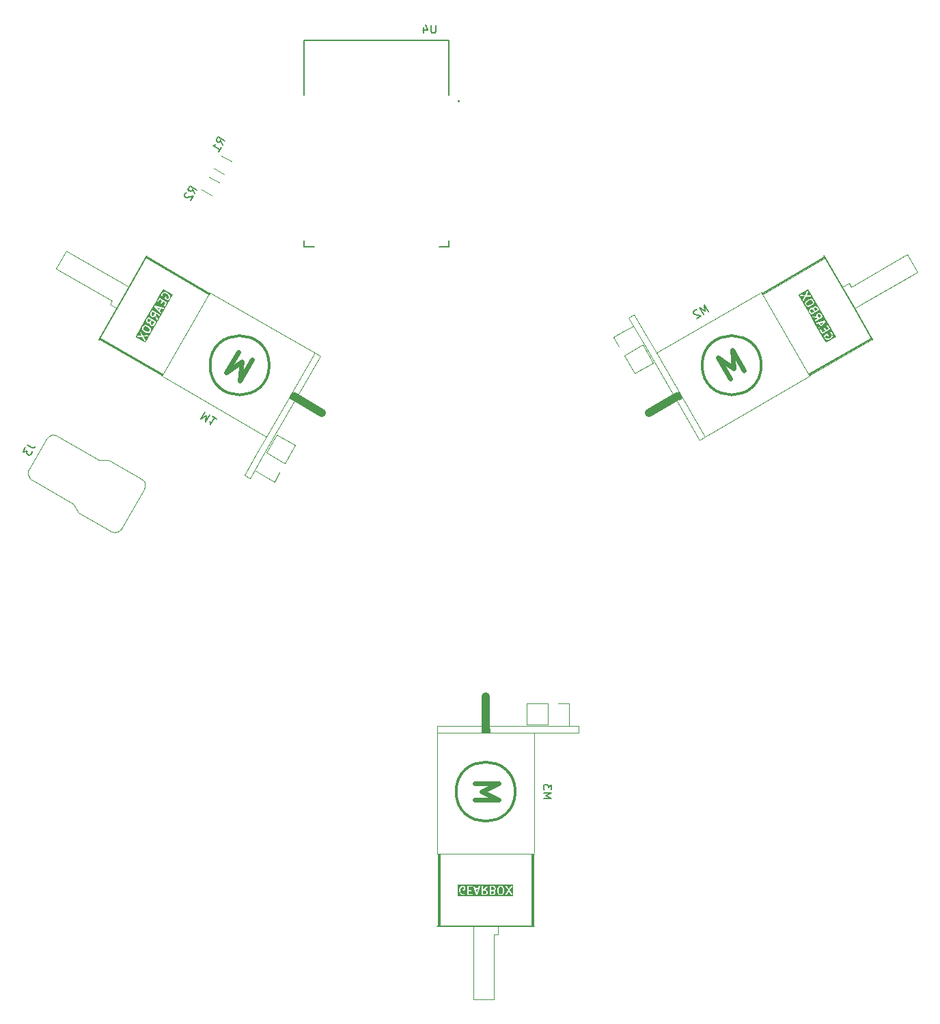
<source format=gbr>
%TF.GenerationSoftware,KiCad,Pcbnew,7.0.6*%
%TF.CreationDate,2024-05-15T12:06:43-04:00*%
%TF.ProjectId,remote_omnidirection_droid_v0.1,72656d6f-7465-45f6-9f6d-6e6964697265,rev?*%
%TF.SameCoordinates,Original*%
%TF.FileFunction,Legend,Bot*%
%TF.FilePolarity,Positive*%
%FSLAX46Y46*%
G04 Gerber Fmt 4.6, Leading zero omitted, Abs format (unit mm)*
G04 Created by KiCad (PCBNEW 7.0.6) date 2024-05-15 12:06:43*
%MOMM*%
%LPD*%
G01*
G04 APERTURE LIST*
%ADD10C,0.150000*%
%ADD11C,0.600000*%
%ADD12C,0.120000*%
%ADD13C,1.000000*%
%ADD14C,0.200000*%
%ADD15C,0.050000*%
%ADD16C,0.300000*%
%ADD17C,0.127000*%
G04 APERTURE END LIST*
D10*
X68699815Y-64538528D02*
X68454089Y-64011757D01*
X68985530Y-64043656D02*
X68119504Y-63543656D01*
X68119504Y-63543656D02*
X67929028Y-63873571D01*
X67929028Y-63873571D02*
X67922648Y-63979859D01*
X67922648Y-63979859D02*
X67940078Y-64044908D01*
X67940078Y-64044908D02*
X67998747Y-64133766D01*
X67998747Y-64133766D02*
X68122465Y-64205195D01*
X68122465Y-64205195D02*
X68228753Y-64211574D01*
X68228753Y-64211574D02*
X68293802Y-64194144D01*
X68293802Y-64194144D02*
X68382660Y-64135475D01*
X68382660Y-64135475D02*
X68573137Y-63805561D01*
X68223625Y-65363314D02*
X68509339Y-64868442D01*
X68366482Y-65115878D02*
X67500457Y-64615878D01*
X67500457Y-64615878D02*
X67671794Y-64604828D01*
X67671794Y-64604828D02*
X67801891Y-64569969D01*
X67801891Y-64569969D02*
X67890750Y-64511299D01*
X108453406Y-145462743D02*
X109453406Y-145462743D01*
X109453406Y-145462743D02*
X108739121Y-145129410D01*
X108739121Y-145129410D02*
X109453406Y-144796077D01*
X109453406Y-144796077D02*
X108453406Y-144796077D01*
X109453406Y-144415124D02*
X109453406Y-143796077D01*
X109453406Y-143796077D02*
X109072454Y-144129410D01*
X109072454Y-144129410D02*
X109072454Y-143986553D01*
X109072454Y-143986553D02*
X109024835Y-143891315D01*
X109024835Y-143891315D02*
X108977216Y-143843696D01*
X108977216Y-143843696D02*
X108881978Y-143796077D01*
X108881978Y-143796077D02*
X108643883Y-143796077D01*
X108643883Y-143796077D02*
X108548645Y-143843696D01*
X108548645Y-143843696D02*
X108501026Y-143891315D01*
X108501026Y-143891315D02*
X108453406Y-143986553D01*
X108453406Y-143986553D02*
X108453406Y-144272267D01*
X108453406Y-144272267D02*
X108501026Y-144367505D01*
X108501026Y-144367505D02*
X108548645Y-144415124D01*
D11*
X99931568Y-145653219D02*
X102931568Y-145653219D01*
X102931568Y-145653219D02*
X100788711Y-144653219D01*
X100788711Y-144653219D02*
X102931568Y-143653219D01*
X102931568Y-143653219D02*
X99931568Y-143653219D01*
D10*
G36*
X101312720Y-156968099D02*
G01*
X101343127Y-156998506D01*
X101377385Y-157067021D01*
X101377385Y-157174468D01*
X101343127Y-157242984D01*
X101312720Y-157273391D01*
X101244204Y-157307650D01*
X100955957Y-157307650D01*
X100955957Y-156933841D01*
X101244204Y-156933841D01*
X101312720Y-156968099D01*
G37*
G36*
X102265101Y-157015718D02*
G01*
X102295508Y-157046125D01*
X102329766Y-157114641D01*
X102329766Y-157174468D01*
X102295508Y-157242984D01*
X102265100Y-157273392D01*
X102196585Y-157307650D01*
X101955957Y-157307650D01*
X101955957Y-156981460D01*
X102196585Y-156981460D01*
X102265101Y-157015718D01*
G37*
G36*
X102312719Y-156491908D02*
G01*
X102343127Y-156522316D01*
X102377385Y-156590832D01*
X102377385Y-156698279D01*
X102343127Y-156766794D01*
X102316633Y-156793288D01*
X102202120Y-156831460D01*
X101955957Y-156831460D01*
X101955957Y-156457650D01*
X102244203Y-156457650D01*
X102312719Y-156491908D01*
G37*
G36*
X103312719Y-156491908D02*
G01*
X103384662Y-156563851D01*
X103425004Y-156725218D01*
X103425004Y-157040083D01*
X103384662Y-157201449D01*
X103312720Y-157273391D01*
X103244204Y-157307650D01*
X103089138Y-157307650D01*
X103020622Y-157273392D01*
X102948679Y-157201449D01*
X102908338Y-157040083D01*
X102908338Y-156725218D01*
X102948679Y-156563851D01*
X103020621Y-156491909D01*
X103089139Y-156457650D01*
X103244203Y-156457650D01*
X103312719Y-156491908D01*
G37*
G36*
X100214290Y-157145479D02*
G01*
X100080252Y-156743365D01*
X100348328Y-156743365D01*
X100214290Y-157145479D01*
G37*
G36*
X104717406Y-157600507D02*
G01*
X97853576Y-157600507D01*
X97853576Y-156954079D01*
X97996433Y-156954079D01*
X97997618Y-156957336D01*
X97998672Y-156972269D01*
X98046291Y-157162745D01*
X98048279Y-157165689D01*
X98051970Y-157178096D01*
X98099589Y-157273334D01*
X98100778Y-157274459D01*
X98113638Y-157292826D01*
X98208876Y-157388064D01*
X98212940Y-157389959D01*
X98215287Y-157393779D01*
X98238192Y-157406182D01*
X98381048Y-157453801D01*
X98382683Y-157453756D01*
X98404766Y-157457650D01*
X98547623Y-157457650D01*
X98551836Y-157456116D01*
X98556197Y-157457158D01*
X98581164Y-157449732D01*
X98676402Y-157402113D01*
X98694830Y-157382650D01*
X99044052Y-157382650D01*
X99050715Y-157400958D01*
X99054100Y-157420150D01*
X99059284Y-157424500D01*
X99061599Y-157430859D01*
X99078472Y-157440601D01*
X99093400Y-157453127D01*
X99103142Y-157454844D01*
X99106028Y-157456511D01*
X99109310Y-157455932D01*
X99119052Y-157457650D01*
X99595242Y-157457650D01*
X99643451Y-157440103D01*
X99669103Y-157395674D01*
X99660194Y-157345150D01*
X99620894Y-157312173D01*
X99595242Y-157307650D01*
X99194052Y-157307650D01*
X99194052Y-156981460D01*
X99452385Y-156981460D01*
X99500594Y-156963913D01*
X99526246Y-156919484D01*
X99517337Y-156868960D01*
X99478037Y-156835983D01*
X99452385Y-156831460D01*
X99194052Y-156831460D01*
X99194052Y-156457650D01*
X99595242Y-156457650D01*
X99643451Y-156440103D01*
X99669103Y-156395674D01*
X99666445Y-156380601D01*
X99805985Y-156380601D01*
X99809806Y-156406367D01*
X100143139Y-157406367D01*
X100144481Y-157408058D01*
X100144540Y-157410217D01*
X100160289Y-157427978D01*
X100175030Y-157446553D01*
X100177143Y-157446985D01*
X100178577Y-157448602D01*
X100202047Y-157452082D01*
X100225291Y-157456839D01*
X100227190Y-157455810D01*
X100229326Y-157456127D01*
X100249539Y-157443708D01*
X100270405Y-157432410D01*
X100271198Y-157430402D01*
X100273038Y-157429272D01*
X100285441Y-157406367D01*
X100293347Y-157382650D01*
X100805957Y-157382650D01*
X100812620Y-157400958D01*
X100816005Y-157420150D01*
X100821189Y-157424500D01*
X100823504Y-157430859D01*
X100840377Y-157440601D01*
X100855305Y-157453127D01*
X100865047Y-157454844D01*
X100867933Y-157456511D01*
X100871215Y-157455932D01*
X100880957Y-157457650D01*
X101261909Y-157457650D01*
X101266122Y-157456116D01*
X101270483Y-157457158D01*
X101295450Y-157449732D01*
X101390688Y-157402113D01*
X101391813Y-157400923D01*
X101410180Y-157388064D01*
X101415594Y-157382650D01*
X101805957Y-157382650D01*
X101812620Y-157400958D01*
X101816005Y-157420150D01*
X101821189Y-157424500D01*
X101823504Y-157430859D01*
X101840377Y-157440601D01*
X101855305Y-157453127D01*
X101865047Y-157454844D01*
X101867933Y-157456511D01*
X101871215Y-157455932D01*
X101880957Y-157457650D01*
X102214290Y-157457650D01*
X102218503Y-157456116D01*
X102222864Y-157457158D01*
X102247831Y-157449732D01*
X102343069Y-157402113D01*
X102344194Y-157400923D01*
X102362561Y-157388064D01*
X102410180Y-157340445D01*
X102410871Y-157338963D01*
X102424229Y-157320953D01*
X102471848Y-157225715D01*
X102472360Y-157221261D01*
X102475243Y-157217826D01*
X102479766Y-157192174D01*
X102479766Y-157096936D01*
X102478232Y-157092722D01*
X102479274Y-157088361D01*
X102471848Y-157063395D01*
X102464809Y-157049317D01*
X102758338Y-157049317D01*
X102759523Y-157052574D01*
X102760577Y-157067507D01*
X102808196Y-157257983D01*
X102812338Y-157264116D01*
X102812984Y-157271489D01*
X102827924Y-157292826D01*
X102923162Y-157388064D01*
X102924643Y-157388754D01*
X102942654Y-157402113D01*
X103037892Y-157449732D01*
X103042345Y-157450244D01*
X103045781Y-157453127D01*
X103071433Y-157457650D01*
X103261909Y-157457650D01*
X103266122Y-157456116D01*
X103270483Y-157457158D01*
X103295450Y-157449732D01*
X103390688Y-157402113D01*
X103391813Y-157400923D01*
X103406139Y-157390893D01*
X103758793Y-157390893D01*
X103781531Y-157436882D01*
X103828511Y-157457495D01*
X103877749Y-157443087D01*
X103895742Y-157424252D01*
X104166671Y-157017858D01*
X104437600Y-157424252D01*
X104478942Y-157454631D01*
X104530138Y-157451330D01*
X104567235Y-157415892D01*
X104572874Y-157364900D01*
X104562408Y-157341047D01*
X104256810Y-156882650D01*
X104562408Y-156424253D01*
X104574549Y-156374407D01*
X104551811Y-156328418D01*
X104504831Y-156307805D01*
X104455593Y-156322213D01*
X104437600Y-156341048D01*
X104166671Y-156747441D01*
X103895742Y-156341048D01*
X103854400Y-156310669D01*
X103803204Y-156313970D01*
X103766107Y-156349408D01*
X103760468Y-156400400D01*
X103770934Y-156424252D01*
X104076532Y-156882650D01*
X103770934Y-157341048D01*
X103758793Y-157390893D01*
X103406139Y-157390893D01*
X103410180Y-157388064D01*
X103505418Y-157292826D01*
X103508545Y-157286118D01*
X103514536Y-157281772D01*
X103525146Y-157257983D01*
X103572765Y-157067507D01*
X103572404Y-157064058D01*
X103575004Y-157049317D01*
X103575004Y-156715984D01*
X103573818Y-156712726D01*
X103572765Y-156697794D01*
X103525146Y-156507318D01*
X103521004Y-156501185D01*
X103520359Y-156493812D01*
X103505418Y-156472475D01*
X103410180Y-156377237D01*
X103408697Y-156376545D01*
X103390689Y-156363188D01*
X103295451Y-156315568D01*
X103290996Y-156315055D01*
X103287561Y-156312173D01*
X103261909Y-156307650D01*
X103071433Y-156307650D01*
X103067219Y-156309183D01*
X103062858Y-156308142D01*
X103037892Y-156315568D01*
X102942653Y-156363188D01*
X102941527Y-156364376D01*
X102923162Y-156377237D01*
X102827924Y-156472475D01*
X102824796Y-156479182D01*
X102818806Y-156483529D01*
X102808196Y-156507318D01*
X102760577Y-156697794D01*
X102760937Y-156701242D01*
X102758338Y-156715984D01*
X102758338Y-157049317D01*
X102464809Y-157049317D01*
X102424229Y-156968157D01*
X102423039Y-156967031D01*
X102410180Y-156948665D01*
X102388370Y-156926855D01*
X102388843Y-156926814D01*
X102410180Y-156911874D01*
X102457799Y-156864255D01*
X102458490Y-156862773D01*
X102471848Y-156844763D01*
X102519467Y-156749525D01*
X102519979Y-156745071D01*
X102522862Y-156741636D01*
X102527385Y-156715984D01*
X102527385Y-156573127D01*
X102525851Y-156568913D01*
X102526893Y-156564552D01*
X102519467Y-156539586D01*
X102471848Y-156444348D01*
X102470658Y-156443222D01*
X102457799Y-156424856D01*
X102410180Y-156377237D01*
X102408697Y-156376545D01*
X102390689Y-156363188D01*
X102295451Y-156315568D01*
X102290996Y-156315055D01*
X102287561Y-156312173D01*
X102261909Y-156307650D01*
X101880957Y-156307650D01*
X101862648Y-156314313D01*
X101843457Y-156317698D01*
X101839106Y-156322882D01*
X101832748Y-156325197D01*
X101823005Y-156342070D01*
X101810480Y-156356998D01*
X101808762Y-156366740D01*
X101807096Y-156369626D01*
X101807674Y-156372908D01*
X101805957Y-156382650D01*
X101805957Y-157382650D01*
X101415594Y-157382650D01*
X101457799Y-157340445D01*
X101458490Y-157338963D01*
X101471848Y-157320953D01*
X101519467Y-157225715D01*
X101519979Y-157221261D01*
X101522862Y-157217826D01*
X101527385Y-157192174D01*
X101527385Y-157049317D01*
X101525851Y-157045103D01*
X101526893Y-157040742D01*
X101519467Y-157015776D01*
X101471848Y-156920538D01*
X101470658Y-156919412D01*
X101457799Y-156901046D01*
X101410180Y-156853427D01*
X101408698Y-156852736D01*
X101390688Y-156839378D01*
X101295450Y-156791759D01*
X101290996Y-156791246D01*
X101287561Y-156788364D01*
X101262969Y-156784028D01*
X101513828Y-156425659D01*
X101527098Y-156376103D01*
X101505411Y-156329609D01*
X101458911Y-156307934D01*
X101409359Y-156321219D01*
X101390943Y-156339640D01*
X101080003Y-156783841D01*
X100955957Y-156783841D01*
X100955957Y-156382650D01*
X100938410Y-156334441D01*
X100893981Y-156308789D01*
X100843457Y-156317698D01*
X100810480Y-156356998D01*
X100805957Y-156382650D01*
X100805957Y-157382650D01*
X100293347Y-157382650D01*
X100618774Y-156406367D01*
X100617373Y-156355084D01*
X100583335Y-156316698D01*
X100532587Y-156309173D01*
X100488874Y-156336028D01*
X100476472Y-156358933D01*
X100398328Y-156593365D01*
X100030252Y-156593365D01*
X99952108Y-156358933D01*
X99920217Y-156318747D01*
X99869956Y-156308461D01*
X99824842Y-156332890D01*
X99805985Y-156380601D01*
X99666445Y-156380601D01*
X99660194Y-156345150D01*
X99620894Y-156312173D01*
X99595242Y-156307650D01*
X99119052Y-156307650D01*
X99100743Y-156314313D01*
X99081552Y-156317698D01*
X99077201Y-156322882D01*
X99070843Y-156325197D01*
X99061100Y-156342070D01*
X99048575Y-156356998D01*
X99046857Y-156366740D01*
X99045191Y-156369626D01*
X99045769Y-156372908D01*
X99044052Y-156382650D01*
X99044052Y-157382650D01*
X98694830Y-157382650D01*
X98711674Y-157364859D01*
X98714749Y-157313649D01*
X98684185Y-157272443D01*
X98634286Y-157260523D01*
X98609320Y-157267949D01*
X98529918Y-157307650D01*
X98416936Y-157307650D01*
X98302423Y-157269479D01*
X98228310Y-157195366D01*
X98189816Y-157118379D01*
X98146433Y-156944844D01*
X98146433Y-156820456D01*
X98189816Y-156646922D01*
X98228310Y-156569935D01*
X98302422Y-156495822D01*
X98416937Y-156457650D01*
X98487833Y-156457650D01*
X98602346Y-156495821D01*
X98615480Y-156508955D01*
X98615480Y-156736222D01*
X98500004Y-156736222D01*
X98451795Y-156753769D01*
X98426143Y-156798198D01*
X98435052Y-156848722D01*
X98474352Y-156881699D01*
X98500004Y-156886222D01*
X98690480Y-156886222D01*
X98708788Y-156879558D01*
X98727980Y-156876174D01*
X98732330Y-156870989D01*
X98738689Y-156868675D01*
X98748431Y-156851801D01*
X98760957Y-156836874D01*
X98762674Y-156827131D01*
X98764341Y-156824246D01*
X98763762Y-156820963D01*
X98765480Y-156811222D01*
X98765480Y-156477889D01*
X98759879Y-156462503D01*
X98758453Y-156446193D01*
X98749061Y-156432780D01*
X98747933Y-156429680D01*
X98746183Y-156428669D01*
X98743513Y-156424856D01*
X98695894Y-156377237D01*
X98691831Y-156375342D01*
X98689484Y-156371522D01*
X98666579Y-156359119D01*
X98523722Y-156311499D01*
X98522086Y-156311543D01*
X98500004Y-156307650D01*
X98404766Y-156307650D01*
X98403227Y-156308210D01*
X98381049Y-156311499D01*
X98238191Y-156359119D01*
X98234680Y-156361905D01*
X98230213Y-156362296D01*
X98208876Y-156377237D01*
X98113638Y-156472475D01*
X98112947Y-156473956D01*
X98099589Y-156491967D01*
X98051970Y-156587205D01*
X98051563Y-156590733D01*
X98046291Y-156602556D01*
X97998672Y-156793032D01*
X97999032Y-156796480D01*
X97996433Y-156811222D01*
X97996433Y-156954079D01*
X97853576Y-156954079D01*
X97853576Y-156164793D01*
X104717406Y-156164793D01*
X104717406Y-157600507D01*
G37*
X128900157Y-85235461D02*
X128400157Y-84369436D01*
X128400157Y-84369436D02*
X128468625Y-85154692D01*
X128468625Y-85154692D02*
X127822807Y-84702769D01*
X127822807Y-84702769D02*
X128322807Y-85568795D01*
X127499272Y-84999534D02*
X127434223Y-84982104D01*
X127434223Y-84982104D02*
X127327935Y-84988484D01*
X127327935Y-84988484D02*
X127121739Y-85107531D01*
X127121739Y-85107531D02*
X127063070Y-85196390D01*
X127063070Y-85196390D02*
X127045640Y-85261438D01*
X127045640Y-85261438D02*
X127052020Y-85367727D01*
X127052020Y-85367727D02*
X127099639Y-85450205D01*
X127099639Y-85450205D02*
X127212307Y-85550114D01*
X127212307Y-85550114D02*
X127992893Y-85759271D01*
X127992893Y-85759271D02*
X127456782Y-86068795D01*
G36*
X142856039Y-86846515D02*
G01*
X142722001Y-86614354D01*
X143137261Y-86529377D01*
X142856039Y-86846515D01*
G37*
G36*
X142698820Y-85514151D02*
G01*
X142762749Y-85556360D01*
X142906873Y-85805990D01*
X142583144Y-85992894D01*
X142439020Y-85743264D01*
X142434431Y-85666801D01*
X142445561Y-85625259D01*
X142487767Y-85561336D01*
X142580820Y-85507612D01*
X142657285Y-85503022D01*
X142698820Y-85514151D01*
G37*
G36*
X141781083Y-84884789D02*
G01*
X141871397Y-84964875D01*
X141994479Y-85178059D01*
X141670750Y-85364964D01*
X141526627Y-85115334D01*
X141522037Y-85038869D01*
X141533166Y-84997332D01*
X141575374Y-84933406D01*
X141668427Y-84879682D01*
X141744892Y-84875092D01*
X141781083Y-84884789D01*
G37*
G36*
X142222632Y-84689365D02*
G01*
X142286557Y-84731573D01*
X142406872Y-84939964D01*
X142124383Y-85103059D01*
X142004069Y-84894668D01*
X141999479Y-84818203D01*
X142010608Y-84776666D01*
X142052816Y-84712740D01*
X142104629Y-84682826D01*
X142181095Y-84678236D01*
X142222632Y-84689365D01*
G37*
G36*
X141698822Y-83782100D02*
G01*
X141762749Y-83824309D01*
X141840282Y-83958601D01*
X141844871Y-84035064D01*
X141818538Y-84133343D01*
X141698963Y-84248961D01*
X141426280Y-84406395D01*
X141266362Y-84452140D01*
X141168089Y-84425809D01*
X141104160Y-84383600D01*
X141026627Y-84249309D01*
X141022037Y-84172843D01*
X141048370Y-84074568D01*
X141167946Y-83958948D01*
X141440629Y-83801515D01*
X141600549Y-83755769D01*
X141698822Y-83782100D01*
G37*
G36*
X144711685Y-88346302D02*
G01*
X143468319Y-89064159D01*
X142990688Y-88236878D01*
X143229397Y-88236878D01*
X143230109Y-88262916D01*
X143260299Y-88410443D01*
X143261154Y-88411835D01*
X143268824Y-88432907D01*
X143316443Y-88515385D01*
X143317694Y-88516435D01*
X143331635Y-88534001D01*
X143444303Y-88633909D01*
X143448471Y-88635556D01*
X143451044Y-88639230D01*
X143474651Y-88650238D01*
X143604748Y-88685098D01*
X143606377Y-88684955D01*
X143628654Y-88687519D01*
X143734942Y-88681139D01*
X143738199Y-88679726D01*
X143751075Y-88678382D01*
X143939843Y-88624383D01*
X143942649Y-88622346D01*
X143956715Y-88617227D01*
X144080433Y-88545799D01*
X144082661Y-88543143D01*
X144095067Y-88534764D01*
X144236215Y-88398286D01*
X144237770Y-88395092D01*
X144246669Y-88385693D01*
X144305338Y-88296835D01*
X144305717Y-88295247D01*
X144315195Y-88274922D01*
X144350053Y-88144824D01*
X144349662Y-88140358D01*
X144351798Y-88136415D01*
X144351086Y-88110377D01*
X144320897Y-87962850D01*
X144320041Y-87961457D01*
X144312372Y-87940386D01*
X144240944Y-87816668D01*
X144237509Y-87813785D01*
X144236231Y-87809488D01*
X144217316Y-87791579D01*
X144128457Y-87732910D01*
X144078558Y-87720991D01*
X144032671Y-87743934D01*
X144012268Y-87791006D01*
X144026894Y-87840179D01*
X144045809Y-87858088D01*
X144119892Y-87907001D01*
X144176383Y-88004846D01*
X144200582Y-88123101D01*
X144173454Y-88224346D01*
X144126030Y-88296172D01*
X143997437Y-88420511D01*
X143889711Y-88482706D01*
X143717733Y-88531902D01*
X143631814Y-88537059D01*
X143530577Y-88509932D01*
X143440262Y-88429846D01*
X143404812Y-88368446D01*
X143380612Y-88250189D01*
X143385419Y-88232250D01*
X143582239Y-88118616D01*
X143639977Y-88218621D01*
X143679278Y-88251598D01*
X143730580Y-88251599D01*
X143769881Y-88218621D01*
X143778790Y-88168098D01*
X143769881Y-88143621D01*
X143674643Y-87978664D01*
X143659716Y-87966138D01*
X143647191Y-87951212D01*
X143640525Y-87950036D01*
X143635342Y-87945687D01*
X143615858Y-87945687D01*
X143596667Y-87942303D01*
X143587370Y-87945687D01*
X143584040Y-87945687D01*
X143581488Y-87947827D01*
X143572191Y-87951212D01*
X143283516Y-88117879D01*
X143272992Y-88130420D01*
X143259580Y-88139812D01*
X143252659Y-88154652D01*
X143250539Y-88157180D01*
X143250539Y-88159200D01*
X143248572Y-88163419D01*
X143231142Y-88228468D01*
X143231532Y-88232933D01*
X143229397Y-88236878D01*
X142990688Y-88236878D01*
X142542114Y-87459926D01*
X142712296Y-87459926D01*
X142721205Y-87484403D01*
X142959300Y-87896796D01*
X142974225Y-87909319D01*
X142986752Y-87924248D01*
X142993418Y-87925423D01*
X142998601Y-87929772D01*
X143018080Y-87929772D01*
X143037275Y-87933157D01*
X143046572Y-87929772D01*
X143049903Y-87929773D01*
X143052454Y-87927632D01*
X143061752Y-87924248D01*
X143927777Y-87424248D01*
X143940302Y-87409321D01*
X143955229Y-87396796D01*
X143956404Y-87390130D01*
X143960754Y-87384947D01*
X143960754Y-87365461D01*
X143964138Y-87346273D01*
X143960754Y-87336978D01*
X143960755Y-87333644D01*
X143958611Y-87331089D01*
X143955229Y-87321796D01*
X143717134Y-86909403D01*
X143677833Y-86876426D01*
X143626531Y-86876425D01*
X143587230Y-86909403D01*
X143578321Y-86959926D01*
X143587230Y-86984403D01*
X143787825Y-87331844D01*
X143505336Y-87494939D01*
X143376170Y-87271216D01*
X143336869Y-87238239D01*
X143285567Y-87238238D01*
X143246266Y-87271216D01*
X143237357Y-87321739D01*
X143246266Y-87346216D01*
X143375432Y-87569939D01*
X143051703Y-87756843D01*
X142851109Y-87409403D01*
X142811808Y-87376426D01*
X142760506Y-87376425D01*
X142721205Y-87409403D01*
X142712296Y-87459926D01*
X142542114Y-87459926D01*
X142059587Y-86624165D01*
X142234993Y-86624165D01*
X142253851Y-86671877D01*
X142298964Y-86696306D01*
X142325002Y-86695594D01*
X142567097Y-86646052D01*
X142751135Y-86964816D01*
X142587184Y-87149707D01*
X142568327Y-87197419D01*
X142584550Y-87246089D01*
X142628263Y-87272944D01*
X142679011Y-87265419D01*
X142699414Y-87249227D01*
X143398773Y-86460552D01*
X143399566Y-86458544D01*
X143401407Y-86457414D01*
X143408915Y-86434889D01*
X143417630Y-86412840D01*
X143416947Y-86410793D01*
X143417631Y-86408744D01*
X143408907Y-86386670D01*
X143401407Y-86364170D01*
X143399567Y-86363039D01*
X143398774Y-86361032D01*
X143377911Y-86349735D01*
X143357694Y-86337314D01*
X143355557Y-86337630D01*
X143353660Y-86336603D01*
X143327622Y-86337315D01*
X142294930Y-86548640D01*
X142251218Y-86575495D01*
X142234993Y-86624165D01*
X142059587Y-86624165D01*
X141594822Y-85819168D01*
X141785137Y-85819168D01*
X141789616Y-85870276D01*
X141825898Y-85906548D01*
X141851059Y-85913286D01*
X142391217Y-85960467D01*
X142453240Y-86067894D01*
X142105799Y-86268490D01*
X142072822Y-86307791D01*
X142072821Y-86359093D01*
X142105799Y-86398394D01*
X142156322Y-86407303D01*
X142180799Y-86398394D01*
X143046825Y-85898394D01*
X143059348Y-85883468D01*
X143074277Y-85870942D01*
X143075452Y-85864276D01*
X143079802Y-85859093D01*
X143079802Y-85839607D01*
X143083186Y-85820419D01*
X143079802Y-85811124D01*
X143079803Y-85807790D01*
X143077659Y-85805235D01*
X143074277Y-85795942D01*
X142883801Y-85466027D01*
X142880366Y-85463145D01*
X142879088Y-85458847D01*
X142860173Y-85440938D01*
X142771314Y-85382269D01*
X142769719Y-85381888D01*
X142749402Y-85372414D01*
X142684353Y-85354984D01*
X142682723Y-85355126D01*
X142660447Y-85352563D01*
X142554159Y-85358943D01*
X142550046Y-85360725D01*
X142545629Y-85359947D01*
X142521152Y-85368856D01*
X142397435Y-85440285D01*
X142394553Y-85443719D01*
X142390255Y-85444998D01*
X142372347Y-85463913D01*
X142313678Y-85552771D01*
X142313298Y-85554359D01*
X142303821Y-85574685D01*
X142286392Y-85639733D01*
X142286534Y-85641366D01*
X142283972Y-85663637D01*
X142290351Y-85769925D01*
X142292133Y-85774038D01*
X142291355Y-85778455D01*
X142299895Y-85801919D01*
X141864111Y-85763854D01*
X141814558Y-85777140D01*
X141785137Y-85819168D01*
X141594822Y-85819168D01*
X141142491Y-85035708D01*
X141371578Y-85035708D01*
X141377958Y-85141996D01*
X141379740Y-85146108D01*
X141378962Y-85150525D01*
X141387871Y-85175002D01*
X141578347Y-85504916D01*
X141593272Y-85517439D01*
X141605799Y-85532368D01*
X141612464Y-85533543D01*
X141617648Y-85537893D01*
X141637133Y-85537893D01*
X141656322Y-85541277D01*
X141665616Y-85537893D01*
X141668950Y-85537894D01*
X141671503Y-85535751D01*
X141680799Y-85532368D01*
X142546825Y-85032368D01*
X142559350Y-85017441D01*
X142574277Y-85004916D01*
X142575452Y-84998250D01*
X142579802Y-84993067D01*
X142579802Y-84973580D01*
X142583186Y-84954392D01*
X142579802Y-84945097D01*
X142579803Y-84941764D01*
X142577659Y-84939210D01*
X142574277Y-84929916D01*
X142407610Y-84641241D01*
X142404175Y-84638359D01*
X142402897Y-84634061D01*
X142383982Y-84616153D01*
X142295124Y-84557484D01*
X142293533Y-84557104D01*
X142273212Y-84547628D01*
X142208163Y-84530198D01*
X142206533Y-84530340D01*
X142184257Y-84527777D01*
X142077969Y-84534157D01*
X142073856Y-84535939D01*
X142069440Y-84535161D01*
X142044963Y-84544070D01*
X141962484Y-84591689D01*
X141959602Y-84595123D01*
X141955304Y-84596402D01*
X141937396Y-84615317D01*
X141878727Y-84704175D01*
X141878347Y-84705765D01*
X141868871Y-84726087D01*
X141860887Y-84755880D01*
X141860616Y-84755492D01*
X141837009Y-84744484D01*
X141771960Y-84727054D01*
X141770330Y-84727196D01*
X141748054Y-84724633D01*
X141641766Y-84731013D01*
X141637653Y-84732795D01*
X141633236Y-84732017D01*
X141608759Y-84740926D01*
X141485042Y-84812355D01*
X141482160Y-84815789D01*
X141477862Y-84817068D01*
X141459954Y-84835983D01*
X141401285Y-84924841D01*
X141400905Y-84926431D01*
X141391429Y-84946753D01*
X141373999Y-85011802D01*
X141374141Y-85013431D01*
X141371578Y-85035708D01*
X141142491Y-85035708D01*
X140642491Y-84169682D01*
X140871578Y-84169682D01*
X140877958Y-84275970D01*
X140879740Y-84280083D01*
X140878962Y-84284500D01*
X140887871Y-84308977D01*
X140983109Y-84473934D01*
X140986543Y-84476815D01*
X140987822Y-84481114D01*
X141006737Y-84499023D01*
X141095596Y-84557692D01*
X141097190Y-84558072D01*
X141117509Y-84567547D01*
X141247606Y-84602406D01*
X141254977Y-84601761D01*
X141261737Y-84604776D01*
X141287644Y-84602070D01*
X141476411Y-84548072D01*
X141479216Y-84546036D01*
X141493284Y-84540916D01*
X141781959Y-84374249D01*
X141784187Y-84371593D01*
X141796592Y-84363215D01*
X141937740Y-84226738D01*
X141940980Y-84220083D01*
X141947044Y-84215838D01*
X141958052Y-84192231D01*
X141992910Y-84062133D01*
X141992767Y-84060504D01*
X141995331Y-84038229D01*
X141988952Y-83931941D01*
X141987169Y-83927827D01*
X141987948Y-83923411D01*
X141979039Y-83898934D01*
X141883801Y-83733977D01*
X141880366Y-83731095D01*
X141879088Y-83726797D01*
X141860173Y-83708889D01*
X141771314Y-83650219D01*
X141769726Y-83649839D01*
X141749401Y-83640362D01*
X141619304Y-83605504D01*
X141611932Y-83606148D01*
X141605173Y-83603134D01*
X141579266Y-83605840D01*
X141390499Y-83659839D01*
X141387693Y-83661874D01*
X141373626Y-83666995D01*
X141084951Y-83833661D01*
X141082722Y-83836316D01*
X141070317Y-83844696D01*
X140929169Y-83981174D01*
X140925929Y-83987827D01*
X140919867Y-83992072D01*
X140908859Y-84015680D01*
X140873999Y-84145776D01*
X140874141Y-84147405D01*
X140871578Y-84169682D01*
X140642491Y-84169682D01*
X140071966Y-83181504D01*
X140260906Y-83181504D01*
X140266545Y-83232497D01*
X140303641Y-83267935D01*
X140328949Y-83274100D01*
X140816360Y-83305534D01*
X140599878Y-83743363D01*
X140594240Y-83794355D01*
X140622697Y-83837042D01*
X140671936Y-83851450D01*
X140718916Y-83830837D01*
X140734340Y-83809847D01*
X140978524Y-83315992D01*
X141528307Y-83351450D01*
X141577546Y-83337042D01*
X141606004Y-83294356D01*
X141600365Y-83243363D01*
X141563269Y-83207925D01*
X141537961Y-83201761D01*
X141050548Y-83170326D01*
X141267032Y-82732497D01*
X141272670Y-82681505D01*
X141244213Y-82638818D01*
X141194974Y-82624411D01*
X141147994Y-82645023D01*
X141132570Y-82666013D01*
X140888385Y-83159867D01*
X140338603Y-83124410D01*
X140289365Y-83138818D01*
X140260906Y-83181504D01*
X140071966Y-83181504D01*
X140036404Y-83119908D01*
X141279770Y-82402051D01*
X144711685Y-88346302D01*
G37*
D11*
X133326033Y-92520352D02*
X131826033Y-89922276D01*
X131826033Y-89922276D02*
X132031436Y-92278045D01*
X132031436Y-92278045D02*
X130093982Y-90922276D01*
X130093982Y-90922276D02*
X131593982Y-93520352D01*
D10*
X65199815Y-70600706D02*
X64954089Y-70073935D01*
X65485530Y-70105834D02*
X64619504Y-69605834D01*
X64619504Y-69605834D02*
X64429028Y-69935749D01*
X64429028Y-69935749D02*
X64422648Y-70042037D01*
X64422648Y-70042037D02*
X64440078Y-70107086D01*
X64440078Y-70107086D02*
X64498747Y-70195944D01*
X64498747Y-70195944D02*
X64622465Y-70267373D01*
X64622465Y-70267373D02*
X64728753Y-70273752D01*
X64728753Y-70273752D02*
X64793802Y-70256322D01*
X64793802Y-70256322D02*
X64882660Y-70197653D01*
X64882660Y-70197653D02*
X65073137Y-69867739D01*
X64225792Y-70478239D02*
X64160744Y-70495669D01*
X64160744Y-70495669D02*
X64071885Y-70554338D01*
X64071885Y-70554338D02*
X63952838Y-70760535D01*
X63952838Y-70760535D02*
X63946458Y-70866823D01*
X63946458Y-70866823D02*
X63963888Y-70931872D01*
X63963888Y-70931872D02*
X64022557Y-71020730D01*
X64022557Y-71020730D02*
X64105035Y-71068349D01*
X64105035Y-71068349D02*
X64252563Y-71098538D01*
X64252563Y-71098538D02*
X65033149Y-70889381D01*
X65033149Y-70889381D02*
X64723625Y-71425492D01*
X44450292Y-101684120D02*
X45068881Y-102041263D01*
X45068881Y-102041263D02*
X45216409Y-102071452D01*
X45216409Y-102071452D02*
X45346506Y-102036592D01*
X45346506Y-102036592D02*
X45459174Y-101936684D01*
X45459174Y-101936684D02*
X45506793Y-101854205D01*
X44259815Y-102014034D02*
X43950292Y-102550145D01*
X43950292Y-102550145D02*
X44446873Y-102451946D01*
X44446873Y-102451946D02*
X44375444Y-102575664D01*
X44375444Y-102575664D02*
X44369064Y-102681952D01*
X44369064Y-102681952D02*
X44386494Y-102747001D01*
X44386494Y-102747001D02*
X44445163Y-102835860D01*
X44445163Y-102835860D02*
X44651360Y-102954907D01*
X44651360Y-102954907D02*
X44757648Y-102961287D01*
X44757648Y-102961287D02*
X44822697Y-102943857D01*
X44822697Y-102943857D02*
X44911555Y-102885188D01*
X44911555Y-102885188D02*
X45054412Y-102637752D01*
X45054412Y-102637752D02*
X45060792Y-102531464D01*
X45060792Y-102531464D02*
X45043362Y-102466415D01*
X95099809Y-49698494D02*
X95099809Y-50508017D01*
X95099809Y-50508017D02*
X95052190Y-50603255D01*
X95052190Y-50603255D02*
X95004571Y-50650875D01*
X95004571Y-50650875D02*
X94909333Y-50698494D01*
X94909333Y-50698494D02*
X94718857Y-50698494D01*
X94718857Y-50698494D02*
X94623619Y-50650875D01*
X94623619Y-50650875D02*
X94576000Y-50603255D01*
X94576000Y-50603255D02*
X94528381Y-50508017D01*
X94528381Y-50508017D02*
X94528381Y-49698494D01*
X93623619Y-50031827D02*
X93623619Y-50698494D01*
X93861714Y-49650875D02*
X94099809Y-50365160D01*
X94099809Y-50365160D02*
X93480762Y-50365160D01*
X66516926Y-97648704D02*
X66016926Y-98514729D01*
X66016926Y-98514729D02*
X66662744Y-98062806D01*
X66662744Y-98062806D02*
X66594276Y-98848063D01*
X66594276Y-98848063D02*
X67094276Y-97982037D01*
X67960301Y-98482037D02*
X67465430Y-98196323D01*
X67712866Y-98339180D02*
X67212866Y-99205205D01*
X67212866Y-99205205D02*
X67201816Y-99033868D01*
X67201816Y-99033868D02*
X67166956Y-98903771D01*
X67166956Y-98903771D02*
X67108287Y-98814912D01*
G36*
X59263189Y-87057862D02*
G01*
X59535872Y-87215296D01*
X59655447Y-87330916D01*
X59681780Y-87429190D01*
X59677190Y-87505656D01*
X59599656Y-87639950D01*
X59535731Y-87682156D01*
X59437456Y-87708488D01*
X59277537Y-87662742D01*
X59004854Y-87505309D01*
X58885279Y-87389689D01*
X58858946Y-87291414D01*
X58863536Y-87214949D01*
X58941070Y-87080655D01*
X59004992Y-87038450D01*
X59103271Y-87012117D01*
X59263189Y-87057862D01*
G37*
G36*
X60243780Y-86524293D02*
G01*
X60099656Y-86773923D01*
X60035731Y-86816131D01*
X59994194Y-86827260D01*
X59917729Y-86822670D01*
X59824677Y-86768947D01*
X59782468Y-86705018D01*
X59772771Y-86668829D01*
X59796970Y-86550572D01*
X59920052Y-86337389D01*
X60243780Y-86524293D01*
G37*
G36*
X59790148Y-86262389D02*
G01*
X59669833Y-86470779D01*
X59605908Y-86512987D01*
X59564371Y-86524116D01*
X59487905Y-86519526D01*
X59436092Y-86489612D01*
X59393886Y-86425689D01*
X59382756Y-86384147D01*
X59387345Y-86307684D01*
X59507659Y-86099293D01*
X59790148Y-86262389D01*
G37*
G36*
X60331388Y-85420172D02*
G01*
X60187263Y-85669803D01*
X60123339Y-85712009D01*
X60081799Y-85723139D01*
X60005336Y-85718550D01*
X59912283Y-85664826D01*
X59870075Y-85600900D01*
X59858946Y-85559363D01*
X59863536Y-85482898D01*
X60007660Y-85233268D01*
X60331388Y-85420172D01*
G37*
G36*
X60934198Y-84757028D02*
G01*
X60800159Y-84989189D01*
X60518936Y-84672050D01*
X60934198Y-84757028D01*
G37*
G36*
X62548595Y-83117955D02*
G01*
X59116679Y-89062208D01*
X57873313Y-88344351D01*
X57923884Y-88256760D01*
X58096138Y-88256760D01*
X58108280Y-88306606D01*
X58149621Y-88336985D01*
X58175511Y-88339848D01*
X58725294Y-88304390D01*
X58969479Y-88798245D01*
X59006576Y-88833683D01*
X59057772Y-88836985D01*
X59099114Y-88806605D01*
X59111256Y-88756760D01*
X59103941Y-88731761D01*
X58887457Y-88293931D01*
X59374870Y-88262497D01*
X59421850Y-88241884D01*
X59444589Y-88195896D01*
X59432447Y-88146050D01*
X59391106Y-88115671D01*
X59365216Y-88112808D01*
X58815433Y-88148265D01*
X58571249Y-87654411D01*
X58534152Y-87618973D01*
X58482956Y-87615671D01*
X58441614Y-87646050D01*
X58429472Y-87695896D01*
X58436787Y-87720895D01*
X58653269Y-88158723D01*
X58165857Y-88190158D01*
X58118877Y-88210772D01*
X58096138Y-88256760D01*
X57923884Y-88256760D01*
X58479401Y-87294576D01*
X58708487Y-87294576D01*
X58708952Y-87296142D01*
X58710908Y-87318482D01*
X58745768Y-87448578D01*
X58750011Y-87454638D01*
X58750781Y-87462002D01*
X58766078Y-87483084D01*
X58907225Y-87619562D01*
X58910389Y-87620973D01*
X58921859Y-87630597D01*
X59210534Y-87797263D01*
X59213947Y-87797864D01*
X59227407Y-87804419D01*
X59416174Y-87858418D01*
X59423556Y-87857896D01*
X59430264Y-87861025D01*
X59456212Y-87858755D01*
X59586310Y-87823896D01*
X59587651Y-87822956D01*
X59608223Y-87814039D01*
X59697081Y-87755370D01*
X59699751Y-87751769D01*
X59703966Y-87750236D01*
X59720709Y-87730282D01*
X59815947Y-87565324D01*
X59816725Y-87560908D01*
X59819808Y-87557653D01*
X59825860Y-87532318D01*
X59832240Y-87426030D01*
X59831774Y-87424464D01*
X59829819Y-87402124D01*
X59794959Y-87272027D01*
X59790714Y-87265965D01*
X59789946Y-87258604D01*
X59774649Y-87237522D01*
X59633502Y-87101044D01*
X59630337Y-87099632D01*
X59618868Y-87090009D01*
X59330193Y-86923342D01*
X59326778Y-86922739D01*
X59313320Y-86916186D01*
X59124553Y-86862188D01*
X59117170Y-86862709D01*
X59110463Y-86859581D01*
X59084515Y-86861852D01*
X58954417Y-86896710D01*
X58953075Y-86897649D01*
X58932504Y-86906567D01*
X58843646Y-86965236D01*
X58840975Y-86968835D01*
X58836761Y-86970370D01*
X58820018Y-86990324D01*
X58724780Y-87155282D01*
X58724001Y-87159698D01*
X58720919Y-87162954D01*
X58714867Y-87188288D01*
X58708487Y-87294576D01*
X58479401Y-87294576D01*
X59003210Y-86387312D01*
X59232297Y-86387312D01*
X59232762Y-86388878D01*
X59234717Y-86411216D01*
X59252146Y-86476264D01*
X59253084Y-86477604D01*
X59262003Y-86498178D01*
X59320672Y-86587036D01*
X59324272Y-86589706D01*
X59325806Y-86593921D01*
X59345760Y-86610664D01*
X59428239Y-86658283D01*
X59432654Y-86659061D01*
X59435910Y-86662144D01*
X59461245Y-86668196D01*
X59567533Y-86674576D01*
X59569099Y-86674110D01*
X59591439Y-86672155D01*
X59621230Y-86664172D01*
X59621030Y-86664603D01*
X59623301Y-86690552D01*
X59640731Y-86755600D01*
X59641668Y-86756939D01*
X59650586Y-86777512D01*
X59709255Y-86866371D01*
X59712856Y-86869042D01*
X59714390Y-86873256D01*
X59734344Y-86889999D01*
X59858062Y-86961427D01*
X59862477Y-86962205D01*
X59865733Y-86965288D01*
X59891068Y-86971340D01*
X59997356Y-86977720D01*
X59998922Y-86977254D01*
X60021262Y-86975299D01*
X60086311Y-86957869D01*
X60087650Y-86956930D01*
X60108223Y-86948013D01*
X60197081Y-86889344D01*
X60199751Y-86885743D01*
X60203966Y-86884210D01*
X60220709Y-86864256D01*
X60411185Y-86534342D01*
X60414567Y-86515155D01*
X60421233Y-86496842D01*
X60418918Y-86490481D01*
X60420093Y-86483818D01*
X60410351Y-86466943D01*
X60403687Y-86448633D01*
X60396109Y-86442275D01*
X60394443Y-86439388D01*
X60391310Y-86438247D01*
X60383733Y-86431890D01*
X59517708Y-85931890D01*
X59498518Y-85928506D01*
X59480208Y-85921842D01*
X59473847Y-85924156D01*
X59467184Y-85922982D01*
X59450310Y-85932723D01*
X59431999Y-85939388D01*
X59425640Y-85946966D01*
X59422755Y-85948632D01*
X59421615Y-85951762D01*
X59415256Y-85959342D01*
X59248589Y-86248017D01*
X59247810Y-86252432D01*
X59244727Y-86255689D01*
X59238676Y-86281024D01*
X59232297Y-86387312D01*
X59003210Y-86387312D01*
X59479401Y-85562525D01*
X59708487Y-85562525D01*
X59708952Y-85564091D01*
X59710908Y-85586431D01*
X59728338Y-85651480D01*
X59729276Y-85652819D01*
X59738194Y-85673392D01*
X59796863Y-85762250D01*
X59800463Y-85764920D01*
X59801997Y-85769135D01*
X59821951Y-85785878D01*
X59945668Y-85857307D01*
X59950084Y-85858085D01*
X59953341Y-85861169D01*
X59978676Y-85867220D01*
X60084964Y-85873599D01*
X60086530Y-85873133D01*
X60108868Y-85871179D01*
X60173916Y-85853750D01*
X60175254Y-85852812D01*
X60195831Y-85843893D01*
X60284689Y-85785223D01*
X60287359Y-85781622D01*
X60291573Y-85780089D01*
X60307623Y-85760960D01*
X60492550Y-86157394D01*
X60528832Y-86193665D01*
X60579940Y-86198130D01*
X60621961Y-86168698D01*
X60635233Y-86119141D01*
X60628488Y-86093982D01*
X60399269Y-85602599D01*
X60461292Y-85495172D01*
X60808733Y-85695768D01*
X60859257Y-85704676D01*
X60903687Y-85679026D01*
X60921233Y-85630816D01*
X60903687Y-85582607D01*
X60883733Y-85565864D01*
X60017708Y-85065864D01*
X59998521Y-85062481D01*
X59980208Y-85055816D01*
X59973847Y-85058130D01*
X59967184Y-85056956D01*
X59950310Y-85066697D01*
X59931999Y-85073362D01*
X59925640Y-85080940D01*
X59922755Y-85082606D01*
X59921615Y-85085736D01*
X59915256Y-85093316D01*
X59724780Y-85423231D01*
X59724001Y-85427647D01*
X59720919Y-85430903D01*
X59714867Y-85456237D01*
X59708487Y-85562525D01*
X59479401Y-85562525D01*
X60048288Y-84577183D01*
X60242390Y-84577183D01*
X60243732Y-84578874D01*
X60243791Y-84581032D01*
X60257426Y-84603226D01*
X60956785Y-85391902D01*
X61001899Y-85416330D01*
X61052160Y-85406045D01*
X61084052Y-85365858D01*
X61082651Y-85314575D01*
X61069015Y-85292381D01*
X60905063Y-85107490D01*
X61089102Y-84788726D01*
X61331197Y-84838268D01*
X61381946Y-84830743D01*
X61415984Y-84792358D01*
X61417385Y-84741074D01*
X61385494Y-84700888D01*
X61361270Y-84691314D01*
X60328577Y-84479989D01*
X60326440Y-84480305D01*
X60324542Y-84479278D01*
X60301298Y-84484033D01*
X60277829Y-84487514D01*
X60276396Y-84489129D01*
X60274281Y-84489562D01*
X60259532Y-84508147D01*
X60243791Y-84525899D01*
X60243732Y-84528057D01*
X60242390Y-84529749D01*
X60243037Y-84553465D01*
X60242390Y-84577183D01*
X60048288Y-84577183D01*
X60363986Y-84030379D01*
X60549205Y-84030379D01*
X60574855Y-84074809D01*
X60623065Y-84092355D01*
X60671274Y-84074809D01*
X60688017Y-84054855D01*
X60888611Y-83707414D01*
X61171101Y-83870509D01*
X61041935Y-84094232D01*
X61033027Y-84144756D01*
X61058677Y-84189185D01*
X61106887Y-84206732D01*
X61155096Y-84189186D01*
X61171839Y-84169232D01*
X61301005Y-83945509D01*
X61624733Y-84132413D01*
X61424139Y-84479855D01*
X61415231Y-84530379D01*
X61440881Y-84574809D01*
X61489091Y-84592355D01*
X61537300Y-84574809D01*
X61554043Y-84554855D01*
X61792138Y-84142462D01*
X61795520Y-84123278D01*
X61802187Y-84104962D01*
X61799871Y-84098600D01*
X61801046Y-84091939D01*
X61791307Y-84075070D01*
X61784640Y-84056753D01*
X61777059Y-84050392D01*
X61775395Y-84047509D01*
X61772265Y-84046370D01*
X61764686Y-84040010D01*
X60898660Y-83540010D01*
X60879470Y-83536626D01*
X60861160Y-83529962D01*
X60854799Y-83532276D01*
X60848136Y-83531102D01*
X60831259Y-83540845D01*
X60812951Y-83547509D01*
X60806594Y-83555084D01*
X60803706Y-83556752D01*
X60802565Y-83559885D01*
X60796208Y-83567462D01*
X60558113Y-83979855D01*
X60549205Y-84030379D01*
X60363986Y-84030379D01*
X60836544Y-83211884D01*
X61065630Y-83211884D01*
X61080257Y-83261058D01*
X61123069Y-83289326D01*
X61174036Y-83283460D01*
X61209308Y-83246207D01*
X61215360Y-83220872D01*
X61220679Y-83132257D01*
X61277170Y-83034411D01*
X61367485Y-82954325D01*
X61468726Y-82927198D01*
X61554642Y-82932355D01*
X61726620Y-82981551D01*
X61834346Y-83043746D01*
X61962938Y-83168084D01*
X62010363Y-83239913D01*
X62037491Y-83341156D01*
X62013291Y-83459412D01*
X61977842Y-83520811D01*
X61887528Y-83600897D01*
X61869589Y-83605704D01*
X61672769Y-83492070D01*
X61730508Y-83392065D01*
X61739416Y-83341541D01*
X61713766Y-83297111D01*
X61665556Y-83279565D01*
X61617347Y-83297111D01*
X61600604Y-83317065D01*
X61505366Y-83482022D01*
X61501982Y-83501210D01*
X61495318Y-83519522D01*
X61497632Y-83525882D01*
X61496458Y-83532546D01*
X61506199Y-83549419D01*
X61512864Y-83567731D01*
X61520442Y-83574089D01*
X61522108Y-83576975D01*
X61525238Y-83578114D01*
X61532818Y-83584474D01*
X61821493Y-83751141D01*
X61837615Y-83753983D01*
X61852456Y-83760904D01*
X61868768Y-83759476D01*
X61872016Y-83760049D01*
X61873765Y-83759039D01*
X61878405Y-83758633D01*
X61943454Y-83741203D01*
X61947126Y-83738631D01*
X61951608Y-83738509D01*
X61973802Y-83724874D01*
X62086470Y-83624967D01*
X62087249Y-83623527D01*
X62101662Y-83606351D01*
X62149281Y-83523872D01*
X62149565Y-83522257D01*
X62157806Y-83501408D01*
X62187995Y-83353881D01*
X62187337Y-83349446D01*
X62189233Y-83345382D01*
X62186962Y-83319433D01*
X62152102Y-83189335D01*
X62151163Y-83187995D01*
X62142246Y-83167423D01*
X62083577Y-83078565D01*
X62080726Y-83076450D01*
X62073123Y-83065972D01*
X61931976Y-82929494D01*
X61928811Y-82928082D01*
X61917342Y-82918459D01*
X61793624Y-82847031D01*
X61790211Y-82846429D01*
X61776752Y-82839875D01*
X61587984Y-82785876D01*
X61584439Y-82786126D01*
X61571851Y-82783119D01*
X61465563Y-82776739D01*
X61463996Y-82777204D01*
X61441657Y-82779160D01*
X61311559Y-82814020D01*
X61307886Y-82816591D01*
X61303404Y-82816714D01*
X61281211Y-82830349D01*
X61168543Y-82930257D01*
X61167765Y-82931693D01*
X61153351Y-82948872D01*
X61081923Y-83072590D01*
X61081144Y-83077006D01*
X61078062Y-83080262D01*
X61072010Y-83105596D01*
X61065630Y-83211884D01*
X60836544Y-83211884D01*
X61305229Y-82400098D01*
X62548595Y-83117955D01*
G37*
D11*
X70612888Y-90173337D02*
X69112888Y-92771414D01*
X69112888Y-92771414D02*
X71050342Y-91415645D01*
X71050342Y-91415645D02*
X70844939Y-93771414D01*
X70844939Y-93771414D02*
X72344939Y-91173337D01*
D12*
%TO.C,R1*%
X68864839Y-68197191D02*
X67605527Y-67470127D01*
X69774839Y-66621025D02*
X68515527Y-65893961D01*
%TO.C,M3*%
X112788226Y-137354220D02*
X109288226Y-137354220D01*
X112788226Y-136554220D02*
X112788226Y-137354220D01*
X111618291Y-136553154D02*
X111618226Y-135054220D01*
X111618226Y-135054220D02*
X111618226Y-133724220D01*
X111618226Y-133724220D02*
X110288226Y-133724220D01*
X109288226Y-136554220D02*
X112788226Y-136554220D01*
X109288226Y-136554220D02*
X95288226Y-136554220D01*
X109018226Y-136384220D02*
X109018226Y-133724220D01*
X109018226Y-136384220D02*
X106418226Y-136384220D01*
X109018226Y-133724220D02*
X106418226Y-133724220D01*
X107288226Y-152354220D02*
X95288226Y-152354220D01*
X107288226Y-152153220D02*
X107288226Y-137354220D01*
X107288226Y-137354220D02*
X109288226Y-137354220D01*
X107288226Y-137354220D02*
X95288226Y-137354220D01*
X106418226Y-136384220D02*
X106418226Y-133724220D01*
X102788226Y-162354220D02*
X102288226Y-162354220D01*
X102788226Y-161854220D02*
X102788226Y-162354220D01*
X102788226Y-161354220D02*
X102788226Y-161854220D01*
X102288226Y-170354220D02*
X102288226Y-162354220D01*
D13*
X101288226Y-136854220D02*
X101288226Y-132854220D01*
D12*
X99788226Y-170354220D02*
X102288226Y-170354220D01*
X99788226Y-169854220D02*
X99788226Y-170354220D01*
X99788226Y-162354220D02*
X99788226Y-169854220D01*
X99788226Y-161854220D02*
X99788226Y-162354220D01*
D14*
X99788226Y-161354220D02*
X107288226Y-161354220D01*
D12*
X99788226Y-161354220D02*
X99788226Y-161854220D01*
X95388226Y-152354220D02*
X95588226Y-152354220D01*
D14*
X95288226Y-161354220D02*
X99788226Y-161354220D01*
D12*
X95288226Y-137354220D02*
X95288226Y-152354220D01*
X95288226Y-136554220D02*
X95288226Y-137354220D01*
X107188226Y-161354220D02*
X106988226Y-161354220D01*
X106988226Y-161354220D02*
X106988226Y-152354220D01*
X106988226Y-152354220D02*
X107188226Y-152354220D01*
X107188226Y-152354220D02*
X107188226Y-161354220D01*
G36*
X107188226Y-161354220D02*
G01*
X106988226Y-161354220D01*
X106988226Y-152354220D01*
X107188226Y-152354220D01*
X107188226Y-161354220D01*
G37*
D15*
X101764226Y-137354220D02*
X100812226Y-137354220D01*
X100812226Y-137354220D02*
X100812226Y-136854220D01*
X100812226Y-136854220D02*
X101764226Y-136854220D01*
X101764226Y-136854220D02*
X101764226Y-137354220D01*
G36*
X101764226Y-137354220D02*
G01*
X100812226Y-137354220D01*
X100812226Y-136854220D01*
X101764226Y-136854220D01*
X101764226Y-137354220D01*
G37*
D12*
X95588226Y-161354220D02*
X95388226Y-161354220D01*
X95388226Y-161354220D02*
X95388226Y-152354220D01*
X95388226Y-152354220D02*
X95588226Y-152354220D01*
X95588226Y-152354220D02*
X95588226Y-161354220D01*
G36*
X95588226Y-161354220D02*
G01*
X95388226Y-161354220D01*
X95388226Y-152354220D01*
X95588226Y-152354220D01*
X95588226Y-161354220D01*
G37*
D16*
X104952334Y-144653220D02*
G75*
G03*
X104952334Y-144653220I-3664108J0D01*
G01*
D12*
%TO.C,M2*%
X119710561Y-85535661D02*
X121460561Y-88566750D01*
X119017740Y-85935661D02*
X119710561Y-85535661D01*
X119601785Y-86949387D02*
X118303702Y-87698911D01*
X118303702Y-87698911D02*
X117151888Y-88363911D01*
X117151888Y-88363911D02*
X117816888Y-89515724D01*
X120767740Y-88966750D02*
X119017740Y-85935661D01*
X120767740Y-88966750D02*
X127767740Y-101091105D01*
X120755516Y-89285577D02*
X118451888Y-90615577D01*
X120755516Y-89285577D02*
X122055516Y-91537243D01*
X118451888Y-90615577D02*
X119751888Y-92867243D01*
X135450942Y-82798801D02*
X141450942Y-93191105D01*
X135276871Y-82899301D02*
X122460561Y-90298801D01*
X122460561Y-90298801D02*
X121460561Y-88566750D01*
X122460561Y-90298801D02*
X128460561Y-100691105D01*
X122055516Y-91537243D02*
X119751888Y-92867243D01*
X146361196Y-81695915D02*
X146611196Y-82128928D01*
X145928183Y-81945915D02*
X146361196Y-81695915D01*
X145495170Y-82195915D02*
X145928183Y-81945915D01*
X153539399Y-78128928D02*
X146611196Y-82128928D01*
D13*
X125027548Y-95744953D02*
X121563446Y-97744953D01*
D12*
X154789399Y-80293991D02*
X153539399Y-78128928D01*
X154356386Y-80543991D02*
X154789399Y-80293991D01*
X147861196Y-84293991D02*
X154356386Y-80543991D01*
X147428183Y-84543991D02*
X147861196Y-84293991D01*
D14*
X146995170Y-84793991D02*
X143245170Y-78298801D01*
D12*
X146995170Y-84793991D02*
X147428183Y-84543991D01*
X141400942Y-93104503D02*
X141300942Y-92931298D01*
D14*
X149245170Y-88691105D02*
X146995170Y-84793991D01*
D12*
X128460561Y-100691105D02*
X141450942Y-93191105D01*
X127767740Y-101091105D02*
X128460561Y-100691105D01*
X143295170Y-78385403D02*
X143395170Y-78558608D01*
X143395170Y-78558608D02*
X135600942Y-83058608D01*
X135600942Y-83058608D02*
X135500942Y-82885403D01*
X135500942Y-82885403D02*
X143295170Y-78385403D01*
G36*
X143295170Y-78385403D02*
G01*
X143395170Y-78558608D01*
X135600942Y-83058608D01*
X135500942Y-82885403D01*
X143295170Y-78385403D01*
G37*
D15*
X125222561Y-95082725D02*
X125698561Y-95907181D01*
X125698561Y-95907181D02*
X125265548Y-96157181D01*
X125265548Y-96157181D02*
X124789548Y-95332725D01*
X124789548Y-95332725D02*
X125222561Y-95082725D01*
G36*
X125222561Y-95082725D02*
G01*
X125698561Y-95907181D01*
X125265548Y-96157181D01*
X124789548Y-95332725D01*
X125222561Y-95082725D01*
G37*
D12*
X149095170Y-88431298D02*
X149195170Y-88604503D01*
X149195170Y-88604503D02*
X141400942Y-93104503D01*
X141400942Y-93104503D02*
X141300942Y-92931298D01*
X141300942Y-92931298D02*
X149095170Y-88431298D01*
G36*
X149095170Y-88431298D02*
G01*
X149195170Y-88604503D01*
X141400942Y-93104503D01*
X141300942Y-92931298D01*
X149095170Y-88431298D01*
G37*
D16*
X135445788Y-91845453D02*
G75*
G03*
X135445788Y-91845453I-3664108J0D01*
G01*
D12*
%TO.C,R2*%
X67364839Y-70795267D02*
X66105527Y-70068203D01*
X68274839Y-69219101D02*
X67015527Y-68492037D01*
%TO.C,J3*%
X47963684Y-100507043D02*
X48149793Y-100570219D01*
X48236022Y-100617406D01*
X53345572Y-103567406D01*
X54598199Y-103597791D01*
X58581916Y-105897791D01*
X58665896Y-105948873D01*
X58813662Y-106078461D01*
X58933308Y-106234386D01*
X59020236Y-106410657D01*
X59071104Y-106600501D01*
X59083959Y-106796620D01*
X59058305Y-106991478D01*
X58995129Y-107177587D01*
X58947942Y-107263816D01*
X56197942Y-112026956D01*
X56146730Y-112110843D01*
X56017163Y-112258586D01*
X55861262Y-112378212D01*
X55685019Y-112465126D01*
X55495206Y-112515986D01*
X55299118Y-112528838D01*
X55104290Y-112503189D01*
X54918210Y-112440024D01*
X54831916Y-112392981D01*
X50848199Y-110092981D01*
X50195572Y-109023366D01*
X45086022Y-106073366D01*
X45002135Y-106022154D01*
X44854392Y-105892587D01*
X44734765Y-105736686D01*
X44647851Y-105560443D01*
X44596991Y-105370630D01*
X44584139Y-105174542D01*
X44609788Y-104979715D01*
X44672954Y-104793635D01*
X44719996Y-104707341D01*
X46869996Y-100983431D01*
X46921079Y-100899452D01*
X47050666Y-100751685D01*
X47206591Y-100632039D01*
X47382863Y-100545112D01*
X47572706Y-100494244D01*
X47768826Y-100481389D01*
X47963684Y-100507043D01*
D17*
%TO.C,U4*%
X96762905Y-77128675D02*
X95517905Y-77128675D01*
X96762905Y-76398675D02*
X96762905Y-77128675D01*
X96762905Y-58348675D02*
X96762905Y-51628675D01*
X96762905Y-51628675D02*
X78762905Y-51628675D01*
X78762905Y-77128675D02*
X80007905Y-77128675D01*
X78762905Y-76398675D02*
X78762905Y-77128675D01*
X78762905Y-51628675D02*
X78762905Y-58348675D01*
D14*
X98062905Y-59118675D02*
G75*
G03*
X98062905Y-59118675I-100000J0D01*
G01*
D12*
%TO.C,M1*%
X71371704Y-105457029D02*
X73121704Y-102425940D01*
X72064525Y-105857029D02*
X71371704Y-105457029D01*
X72650415Y-104844369D02*
X73948563Y-105593779D01*
X73948563Y-105593779D02*
X75100377Y-106258779D01*
X75100377Y-106258779D02*
X75765377Y-105106966D01*
X73814525Y-102825940D02*
X72064525Y-105857029D01*
X73814525Y-102825940D02*
X80814525Y-90701585D01*
X74096749Y-102677113D02*
X76400377Y-104007113D01*
X74096749Y-102677113D02*
X75396749Y-100425447D01*
X76400377Y-104007113D02*
X77700377Y-101755447D01*
X61131323Y-93193889D02*
X67131323Y-82801585D01*
X61305394Y-93294389D02*
X74121704Y-100693889D01*
X74121704Y-100693889D02*
X73121704Y-102425940D01*
X74121704Y-100693889D02*
X80121704Y-90301585D01*
X75396749Y-100425447D02*
X77700377Y-101755447D01*
X54721069Y-84296775D02*
X54971069Y-83863762D01*
X55154082Y-84546775D02*
X54721069Y-84296775D01*
X55587095Y-84796775D02*
X55154082Y-84546775D01*
X48042866Y-79863762D02*
X54971069Y-83863762D01*
D13*
X77554717Y-95747737D02*
X81018819Y-97747737D01*
D12*
X49292866Y-77698699D02*
X48042866Y-79863762D01*
X49725879Y-77948699D02*
X49292866Y-77698699D01*
X56221069Y-81698699D02*
X49725879Y-77948699D01*
X56654082Y-81948699D02*
X56221069Y-81698699D01*
D14*
X57087095Y-82198699D02*
X53337095Y-88693889D01*
D12*
X57087095Y-82198699D02*
X56654082Y-81948699D01*
X67081323Y-82888187D02*
X66981323Y-83061392D01*
D14*
X59337095Y-78301585D02*
X57087095Y-82198699D01*
D12*
X80121704Y-90301585D02*
X67131323Y-82801585D01*
X80814525Y-90701585D02*
X80121704Y-90301585D01*
X53387095Y-88607287D02*
X53487095Y-88434082D01*
X53487095Y-88434082D02*
X61281323Y-92934082D01*
X61281323Y-92934082D02*
X61181323Y-93107287D01*
X61181323Y-93107287D02*
X53387095Y-88607287D01*
G36*
X53387095Y-88607287D02*
G01*
X53487095Y-88434082D01*
X61281323Y-92934082D01*
X61181323Y-93107287D01*
X53387095Y-88607287D01*
G37*
D15*
X76883704Y-95909965D02*
X77359704Y-95085509D01*
X77359704Y-95085509D02*
X77792717Y-95335509D01*
X77792717Y-95335509D02*
X77316717Y-96159965D01*
X77316717Y-96159965D02*
X76883704Y-95909965D01*
G36*
X76883704Y-95909965D02*
G01*
X77359704Y-95085509D01*
X77792717Y-95335509D01*
X77316717Y-96159965D01*
X76883704Y-95909965D01*
G37*
D12*
X59187095Y-78561392D02*
X59287095Y-78388187D01*
X59287095Y-78388187D02*
X67081323Y-82888187D01*
X67081323Y-82888187D02*
X66981323Y-83061392D01*
X66981323Y-83061392D02*
X59187095Y-78561392D01*
G36*
X59187095Y-78561392D02*
G01*
X59287095Y-78388187D01*
X67081323Y-82888187D01*
X66981323Y-83061392D01*
X59187095Y-78561392D01*
G37*
D16*
X74464693Y-91848237D02*
G75*
G03*
X74464693Y-91848237I-3664108J0D01*
G01*
%TD*%
M02*

</source>
